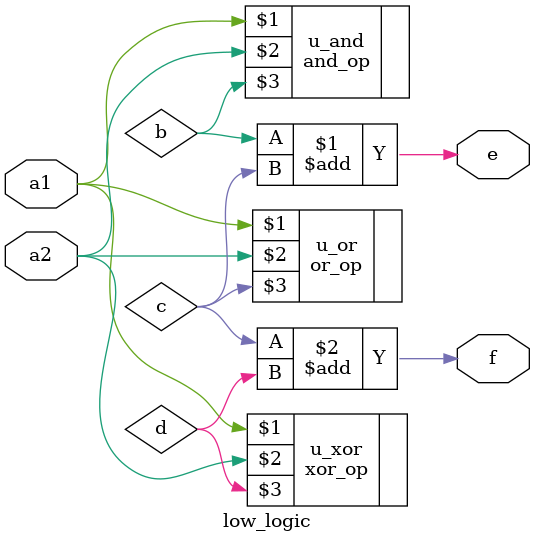
<source format=v>
module low_logic
(
	input a1,
	input a2,
	output e,f
);

wire b,c,d;

and_op u_and(a1,a2,b);
or_op u_or(a1,a2,c);
xor_op u_xor(a1,a2,d);

assign e = b + c;
assign f = c + d;

endmodule
</source>
